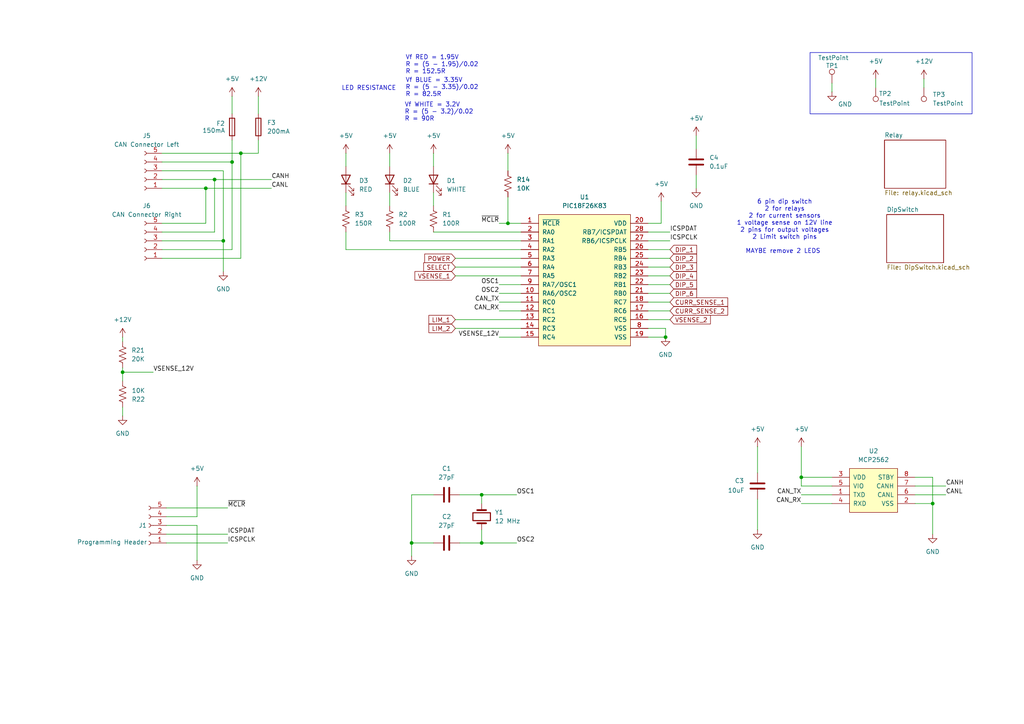
<source format=kicad_sch>
(kicad_sch (version 20231120) (generator "eeschema") (generator_version "8.0")
  (paper "A4")
  (title_block (title "Valve Ignition Relay Board") (date "2025-01-31") (rev "v1") (company "Waterloo Rocketry"))
  (lib_symbols
    (symbol "Connector:Conn_01x05_Socket" (pin_names (offset 1.016) hide)
      (property "Reference" "J" (at 0 7.62 0))
      (property "Value" "Conn_01x05_Socket" (at 0 -7.62 0))
      (symbol "Conn_01x05_Socket_1_1"
        (arc (start 0 -4.572) (mid -0.5058 -5.08) (end 0 -5.588) (stroke (width 0.1524)))
        (arc (start 0 -2.032) (mid -0.5058 -2.54) (end 0 -3.048) (stroke (width 0.1524)))
        (polyline (pts (xy -1.27 -5.08) (xy -0.508 -5.08)) (stroke (width 0.1524)))
        (polyline (pts (xy -1.27 -2.54) (xy -0.508 -2.54)) (stroke (width 0.1524)))
        (polyline (pts (xy -1.27 0) (xy -0.508 0)) (stroke (width 0.1524)))
        (polyline (pts (xy -1.27 2.54) (xy -0.508 2.54)) (stroke (width 0.1524)))
        (polyline (pts (xy -1.27 5.08) (xy -0.508 5.08)) (stroke (width 0.1524)))
        (arc (start 0 0.508) (mid -0.5058 0) (end 0 -0.508) (stroke (width 0.1524)))
        (arc (start 0 3.048) (mid -0.5058 2.54) (end 0 2.032) (stroke (width 0.1524)))
        (arc (start 0 5.588) (mid -0.5058 5.08) (end 0 4.572) (stroke (width 0.1524)))
        (pin passive line (at -5.08 5.08 0) (length 3.81) (name "Pin_1") (number "1"))
        (pin passive line (at -5.08 2.54 0) (length 3.81) (name "Pin_2") (number "2"))
        (pin passive line (at -5.08 0 0) (length 3.81) (name "Pin_3") (number "3"))
        (pin passive line (at -5.08 -2.54 0) (length 3.81) (name "Pin_4") (number "4"))
        (pin passive line (at -5.08 -5.08 0) (length 3.81) (name "Pin_5") (number "5"))
      )
    )
    (symbol "Connector:TestPoint" (pin_numbers hide) (pin_names (offset 0.762) hide)
      (property "Reference" "TP" (at 0 6.858 0))
      (property "Value" "TestPoint" (at 0 5.08 0))
      (symbol "TestPoint_0_1"
        (circle (center 0 3.302) (radius 0.762))
      )
      (symbol "TestPoint_1_1"
        (pin passive line (at 0 0 90) (length 2.54) (name "1") (number "1"))
      )
    )
    (symbol "Device:C" (pin_numbers hide) (pin_names (offset 0.254))
      (property "Reference" "C" (at 0.635 2.54 0))
      (property "Value" "C" (at 0.635 -2.54 0))
      (symbol "C_0_1"
        (polyline (pts (xy -2.032 -0.762) (xy 2.032 -0.762)) (stroke (width 0.508)))
        (polyline (pts (xy -2.032 0.762) (xy 2.032 0.762)) (stroke (width 0.508)))
      )
      (symbol "C_1_1"
        (pin passive line (at 0 3.81 270) (length 2.794) (name "~") (number "1"))
        (pin passive line (at 0 -3.81 90) (length 2.794) (name "~") (number "2"))
      )
    )
    (symbol "Device:Crystal" (pin_numbers hide) (pin_names (offset 1.016) hide)
      (property "Reference" "Y" (at 0 3.81 0))
      (property "Value" "Crystal" (at 0 -3.81 0))
      (symbol "Crystal_0_1"
        (rectangle (start -1.143 2.54) (end 1.143 -2.54) (stroke (width 0.3048)))
        (polyline (pts (xy -2.54 0) (xy -1.905 0)))
        (polyline (pts (xy -1.905 -1.27) (xy -1.905 1.27)) (stroke (width 0.508)))
        (polyline (pts (xy 1.905 -1.27) (xy 1.905 1.27)) (stroke (width 0.508)))
        (polyline (pts (xy 2.54 0) (xy 1.905 0)))
      )
      (symbol "Crystal_1_1"
        (pin passive line (at -3.81 0 0) (length 1.27) (name "1") (number "1"))
        (pin passive line (at 3.81 0 180) (length 1.27) (name "2") (number "2"))
      )
    )
    (symbol "Device:Fuse" (pin_numbers hide) (pin_names (offset 0))
      (property "Reference" "F" (at 2.032 0 90))
      (property "Value" "Fuse" (at -1.905 0 90))
      (symbol "Fuse_0_1"
        (rectangle (start -0.762 -2.54) (end 0.762 2.54) (stroke (width 0.254)))
        (polyline (pts (xy 0 2.54) (xy 0 -2.54)))
      )
      (symbol "Fuse_1_1"
        (pin passive line (at 0 3.81 270) (length 1.27) (name "~") (number "1"))
        (pin passive line (at 0 -3.81 90) (length 1.27) (name "~") (number "2"))
      )
    )
    (symbol "Device:LED" (pin_numbers hide) (pin_names (offset 1.016) hide)
      (property "Reference" "D" (at 0 2.54 0))
      (property "Value" "LED" (at 0 -2.54 0))
      (symbol "LED_0_1"
        (polyline (pts (xy -1.27 -1.27) (xy -1.27 1.27)) (stroke (width 0.254)))
        (polyline (pts (xy -1.27 0) (xy 1.27 0)))
        (polyline (pts (xy 1.27 -1.27) (xy 1.27 1.27) (xy -1.27 0) (xy 1.27 -1.27)) (stroke (width 0.254)))
        (polyline (pts (xy -3.048 -0.762) (xy -4.572 -2.286) (xy -3.81 -2.286) (xy -4.572 -2.286) (xy -4.572 -1.524)))
        (polyline (pts (xy -1.778 -0.762) (xy -3.302 -2.286) (xy -2.54 -2.286) (xy -3.302 -2.286) (xy -3.302 -1.524)))
      )
      (symbol "LED_1_1"
        (pin passive line (at -3.81 0 0) (length 2.54) (name "K") (number "1"))
        (pin passive line (at 3.81 0 180) (length 2.54) (name "A") (number "2"))
      )
    )
    (symbol "Device:R_US" (pin_numbers hide) (pin_names (offset 0))
      (property "Reference" "R" (at 2.54 0 90))
      (property "Value" "R_US" (at -2.54 0 90))
      (symbol "R_US_0_1"
        (polyline (pts (xy 0 -2.286) (xy 0 -2.54)))
        (polyline (pts (xy 0 2.286) (xy 0 2.54)))
        (polyline (pts (xy 0 -0.762) (xy 1.016 -1.143) (xy 0 -1.524) (xy -1.016 -1.905) (xy 0 -2.286)))
        (polyline (pts (xy 0 0.762) (xy 1.016 0.381) (xy 0 0) (xy -1.016 -0.381) (xy 0 -0.762)))
        (polyline (pts (xy 0 2.286) (xy 1.016 1.905) (xy 0 1.524) (xy -1.016 1.143) (xy 0 0.762)))
      )
      (symbol "R_US_1_1"
        (pin passive line (at 0 3.81 270) (length 1.27) (name "~") (number "1"))
        (pin passive line (at 0 -3.81 90) (length 1.27) (name "~") (number "2"))
      )
    )
    (symbol "canhw:MCP2562" (pin_names (offset 1.016))
      (property "Reference" "U" (at 5.08 3.81 0))
      (property "Value" "MCP2562" (at -3.81 3.81 0))
      (symbol "MCP2562_0_1"
        (rectangle (start -7.62 2.54) (end 6.35 -10.16) (fill (type background)))
      )
      (symbol "MCP2562_1_1"
        (pin bidirectional line (at -12.7 -5.08 0) (length 5.08) (name "TXD") (number "1"))
        (pin power_in line (at 11.43 -7.62 180) (length 5.08) (name "VSS") (number "2"))
        (pin power_in line (at -12.7 0 0) (length 5.08) (name "VDD") (number "3"))
        (pin bidirectional line (at -12.7 -7.62 0) (length 5.08) (name "RXD") (number "4"))
        (pin bidirectional line (at -12.7 -2.54 0) (length 5.08) (name "VIO") (number "5"))
        (pin bidirectional line (at 11.43 -5.08 180) (length 5.08) (name "CANL") (number "6"))
        (pin bidirectional line (at 11.43 -2.54 180) (length 5.08) (name "CANH") (number "7"))
        (pin bidirectional line (at 11.43 0 180) (length 5.08) (name "STBY") (number "8"))
      )
    )
    (symbol "canhw:PIC18F26K83" (pin_names (offset 1.016))
      (property "Reference" "U" (at 11.43 20.32 0))
      (property "Value" "PIC18F26K83" (at -7.62 20.32 0))
      (symbol "PIC18F26K83_0_1"
        (rectangle (start -13.97 19.05) (end 12.7 -19.05) (fill (type background)))
      )
      (symbol "PIC18F26K83_1_1"
        (pin input line (at -19.05 16.51 0) (length 5.08) (name "~{MCLR}") (number "1"))
        (pin bidirectional line (at -19.05 -3.81 0) (length 5.08) (name "RA6/OSC2") (number "10"))
        (pin bidirectional line (at -19.05 -6.35 0) (length 5.08) (name "RC0") (number "11"))
        (pin bidirectional line (at -19.05 -8.89 0) (length 5.08) (name "RC1") (number "12"))
        (pin bidirectional line (at -19.05 -11.43 0) (length 5.08) (name "RC2") (number "13"))
        (pin bidirectional line (at -19.05 -13.97 0) (length 5.08) (name "RC3") (number "14"))
        (pin bidirectional line (at -19.05 -16.51 0) (length 5.08) (name "RC4") (number "15"))
        (pin bidirectional line (at 17.78 -11.43 180) (length 5.08) (name "RC5") (number "16"))
        (pin bidirectional line (at 17.78 -8.89 180) (length 5.08) (name "RC6") (number "17"))
        (pin bidirectional line (at 17.78 -6.35 180) (length 5.08) (name "RC7") (number "18"))
        (pin power_in line (at 17.78 -16.51 180) (length 5.08) (name "VSS") (number "19"))
        (pin bidirectional line (at -19.05 13.97 0) (length 5.08) (name "RA0") (number "2"))
        (pin power_in line (at 17.78 16.51 180) (length 5.08) (name "VDD") (number "20"))
        (pin bidirectional line (at 17.78 -3.81 180) (length 5.08) (name "RB0") (number "21"))
        (pin bidirectional line (at 17.78 -1.27 180) (length 5.08) (name "RB1") (number "22"))
        (pin bidirectional line (at 17.78 1.27 180) (length 5.08) (name "RB2") (number "23"))
        (pin bidirectional line (at 17.78 3.81 180) (length 5.08) (name "RB3") (number "24"))
        (pin bidirectional line (at 17.78 6.35 180) (length 5.08) (name "RB4") (number "25"))
        (pin bidirectional line (at 17.78 8.89 180) (length 5.08) (name "RB5") (number "26"))
        (pin bidirectional line (at 17.78 11.43 180) (length 5.08) (name "RB6/ICSPCLK") (number "27"))
        (pin bidirectional line (at 17.78 13.97 180) (length 5.08) (name "RB7/ICSPDAT") (number "28"))
        (pin bidirectional line (at -19.05 11.43 0) (length 5.08) (name "RA1") (number "3"))
        (pin bidirectional line (at -19.05 8.89 0) (length 5.08) (name "RA2") (number "4"))
        (pin bidirectional line (at -19.05 6.35 0) (length 5.08) (name "RA3") (number "5"))
        (pin bidirectional line (at -19.05 3.81 0) (length 5.08) (name "RA4") (number "6"))
        (pin bidirectional line (at -19.05 1.27 0) (length 5.08) (name "RA5") (number "7"))
        (pin power_in line (at 17.78 -13.97 180) (length 5.08) (name "VSS") (number "8"))
        (pin bidirectional line (at -19.05 -1.27 0) (length 5.08) (name "RA7/OSC1") (number "9"))
      )
    )
    (symbol "power:+12V" (power) (pin_numbers hide) (pin_names (offset 0) hide)
      (property "Value" "+12V" (at 0 3.556 0))
      (symbol "+12V_0_1"
        (polyline (pts (xy -0.762 1.27) (xy 0 2.54)))
        (polyline (pts (xy 0 0) (xy 0 2.54)))
        (polyline (pts (xy 0 2.54) (xy 0.762 1.27)))
      )
      (symbol "+12V_1_1"
        (pin power_in line (at 0 0 90) (length 0) (name "~") (number "1"))
      )
    )
    (symbol "power:+5V" (power) (pin_numbers hide) (pin_names (offset 0) hide)
      (property "Value" "+5V" (at 0 3.556 0))
      (symbol "+5V_0_1"
        (polyline (pts (xy -0.762 1.27) (xy 0 2.54)))
        (polyline (pts (xy 0 0) (xy 0 2.54)))
        (polyline (pts (xy 0 2.54) (xy 0.762 1.27)))
      )
      (symbol "+5V_1_1"
        (pin power_in line (at 0 0 90) (length 0) (name "~") (number "1"))
      )
    )
    (symbol "power:GND" (power) (pin_numbers hide) (pin_names (offset 0) hide)
      (property "Value" "GND" (at 0 -3.81 0))
      (symbol "GND_0_1"
        (polyline (pts (xy 0 0) (xy 0 -1.27) (xy 1.27 -1.27) (xy 0 -2.54) (xy -1.27 -1.27) (xy 0 -1.27)))
      )
      (symbol "GND_1_1"
        (pin power_in line (at 0 0 270) (length 0) (name "~") (number "1"))
      )
    )
  )
  (junction (at 139.7 157.48))
  (junction (at 35.56 107.95))
  (junction (at 139.7 143.51))
  (junction (at 69.85 44.45))
  (junction (at 119.38 157.48))
  (junction (at 67.31 46.99))
  (junction (at 62.23 52.07))
  (junction (at 270.51 146.05))
  (junction (at 64.77 69.85))
  (junction (at 147.32 64.77))
  (junction (at 193.04 97.79))
  (junction (at 59.69 54.61))
  (junction (at 232.41 138.43))
  (wire (pts (xy 147.32 64.77) (xy 151.13 64.77)))
  (wire (pts (xy 113.03 67.31) (xy 113.03 69.85)))
  (wire (pts (xy 46.99 72.39) (xy 67.31 72.39)))
  (wire (pts (xy 59.69 64.77) (xy 46.99 64.77)))
  (wire (pts (xy 144.78 90.17) (xy 151.13 90.17)))
  (wire (pts (xy 74.93 27.94) (xy 74.93 33.02)))
  (wire (pts (xy 46.99 54.61) (xy 59.69 54.61)))
  (wire (pts (xy 151.13 72.39) (xy 100.33 72.39)))
  (wire (pts (xy 48.26 157.48) (xy 66.04 157.48)))
  (wire (pts (xy 187.96 90.17) (xy 194.31 90.17)))
  (wire (pts (xy 187.96 67.31) (xy 194.31 67.31)))
  (wire (pts (xy 35.56 118.11) (xy 35.56 120.65)))
  (wire (pts (xy 241.3 138.43) (xy 232.41 138.43)))
  (wire (pts (xy 265.43 138.43) (xy 270.51 138.43)))
  (wire (pts (xy 187.96 97.79) (xy 193.04 97.79)))
  (wire (pts (xy 62.23 52.07) (xy 46.99 52.07)))
  (wire (pts (xy 191.77 58.42) (xy 191.77 64.77)))
  (wire (pts (xy 265.43 140.97) (xy 274.32 140.97)))
  (wire (pts (xy 74.93 44.45) (xy 69.85 44.45)))
  (wire (pts (xy 270.51 138.43) (xy 270.51 146.05)))
  (wire (pts (xy 62.23 52.07) (xy 78.74 52.07)))
  (wire (pts (xy 187.96 74.93) (xy 194.31 74.93)))
  (wire (pts (xy 133.35 143.51) (xy 139.7 143.51)))
  (wire (pts (xy 48.26 152.4) (xy 57.15 152.4)))
  (wire (pts (xy 265.43 143.51) (xy 274.32 143.51)))
  (wire (pts (xy 139.7 143.51) (xy 149.86 143.51)))
  (wire (pts (xy 119.38 143.51) (xy 119.38 157.48)))
  (wire (pts (xy 46.99 74.93) (xy 69.85 74.93)))
  (wire (pts (xy 151.13 67.31) (xy 125.73 67.31)))
  (wire (pts (xy 132.08 77.47) (xy 151.13 77.47)))
  (wire (pts (xy 46.99 44.45) (xy 69.85 44.45)))
  (wire (pts (xy 193.04 95.25) (xy 193.04 97.79)))
  (wire (pts (xy 132.08 74.93) (xy 151.13 74.93)))
  (wire (pts (xy 64.77 49.53) (xy 64.77 69.85)))
  (wire (pts (xy 187.96 80.01) (xy 194.31 80.01)))
  (wire (pts (xy 100.33 55.88) (xy 100.33 59.69)))
  (wire (pts (xy 46.99 49.53) (xy 64.77 49.53)))
  (wire (pts (xy 132.08 80.01) (xy 151.13 80.01)))
  (wire (pts (xy 187.96 95.25) (xy 193.04 95.25)))
  (wire (pts (xy 48.26 149.86) (xy 57.15 149.86)))
  (wire (pts (xy 144.78 85.09) (xy 151.13 85.09)))
  (wire (pts (xy 219.71 153.67) (xy 219.71 144.78)))
  (wire (pts (xy 144.78 64.77) (xy 147.32 64.77)))
  (wire (pts (xy 67.31 46.99) (xy 46.99 46.99)))
  (wire (pts (xy 232.41 146.05) (xy 241.3 146.05)))
  (wire (pts (xy 133.35 157.48) (xy 139.7 157.48)))
  (wire (pts (xy 144.78 82.55) (xy 151.13 82.55)))
  (wire (pts (xy 57.15 152.4) (xy 57.15 162.56)))
  (wire (pts (xy 232.41 129.54) (xy 232.41 138.43)))
  (wire (pts (xy 113.03 55.88) (xy 113.03 59.69)))
  (wire (pts (xy 100.33 44.45) (xy 100.33 48.26)))
  (wire (pts (xy 144.78 97.79) (xy 151.13 97.79)))
  (wire (pts (xy 147.32 44.45) (xy 147.32 49.53)))
  (wire (pts (xy 48.26 154.94) (xy 66.04 154.94)))
  (wire (pts (xy 201.93 54.61) (xy 201.93 50.8)))
  (wire (pts (xy 187.96 87.63) (xy 194.31 87.63)))
  (wire (pts (xy 125.73 44.45) (xy 125.73 48.26)))
  (wire (pts (xy 35.56 97.79) (xy 35.56 99.06)))
  (wire (pts (xy 113.03 44.45) (xy 113.03 48.26)))
  (wire (pts (xy 201.93 39.37) (xy 201.93 43.18)))
  (wire (pts (xy 59.69 54.61) (xy 59.69 64.77)))
  (wire (pts (xy 187.96 85.09) (xy 194.31 85.09)))
  (wire (pts (xy 254 25.4) (xy 254 22.86)))
  (wire (pts (xy 119.38 157.48) (xy 125.73 157.48)))
  (wire (pts (xy 232.41 143.51) (xy 241.3 143.51)))
  (wire (pts (xy 64.77 69.85) (xy 64.77 78.74)))
  (wire (pts (xy 132.08 95.25) (xy 151.13 95.25)))
  (wire (pts (xy 265.43 146.05) (xy 270.51 146.05)))
  (wire (pts (xy 67.31 27.94) (xy 67.31 33.02)))
  (wire (pts (xy 139.7 157.48) (xy 139.7 153.67)))
  (wire (pts (xy 44.45 107.95) (xy 35.56 107.95)))
  (wire (pts (xy 119.38 157.48) (xy 119.38 161.29)))
  (wire (pts (xy 241.3 26.67) (xy 241.3 24.13)))
  (wire (pts (xy 69.85 44.45) (xy 69.85 74.93)))
  (wire (pts (xy 267.97 25.4) (xy 267.97 22.86)))
  (wire (pts (xy 59.69 54.61) (xy 78.74 54.61)))
  (wire (pts (xy 139.7 143.51) (xy 139.7 146.05)))
  (wire (pts (xy 241.3 140.97) (xy 232.41 140.97)))
  (wire (pts (xy 187.96 92.71) (xy 194.31 92.71)))
  (wire (pts (xy 35.56 106.68) (xy 35.56 107.95)))
  (wire (pts (xy 48.26 147.32) (xy 66.04 147.32)))
  (wire (pts (xy 187.96 82.55) (xy 194.31 82.55)))
  (wire (pts (xy 219.71 129.54) (xy 219.71 137.16)))
  (wire (pts (xy 67.31 72.39) (xy 67.31 46.99)))
  (wire (pts (xy 187.96 77.47) (xy 194.31 77.47)))
  (wire (pts (xy 187.96 72.39) (xy 194.31 72.39)))
  (wire (pts (xy 151.13 69.85) (xy 113.03 69.85)))
  (wire (pts (xy 147.32 57.15) (xy 147.32 64.77)))
  (wire (pts (xy 100.33 67.31) (xy 100.33 72.39)))
  (wire (pts (xy 67.31 40.64) (xy 67.31 46.99)))
  (wire (pts (xy 144.78 87.63) (xy 151.13 87.63)))
  (wire (pts (xy 132.08 92.71) (xy 151.13 92.71)))
  (wire (pts (xy 187.96 69.85) (xy 194.31 69.85)))
  (wire (pts (xy 270.51 146.05) (xy 270.51 154.94)))
  (wire (pts (xy 187.96 64.77) (xy 191.77 64.77)))
  (wire (pts (xy 46.99 67.31) (xy 62.23 67.31)))
  (wire (pts (xy 35.56 107.95) (xy 35.56 110.49)))
  (wire (pts (xy 125.73 55.88) (xy 125.73 59.69)))
  (wire (pts (xy 57.15 140.97) (xy 57.15 149.86)))
  (wire (pts (xy 64.77 69.85) (xy 46.99 69.85)))
  (wire (pts (xy 125.73 143.51) (xy 119.38 143.51)))
  (wire (pts (xy 232.41 140.97) (xy 232.41 138.43)))
  (wire (pts (xy 139.7 157.48) (xy 149.86 157.48)))
  (wire (pts (xy 62.23 67.31) (xy 62.23 52.07)))
  (wire (pts (xy 74.93 40.64) (xy 74.93 44.45)))
  (rectangle (start 234.95 15.24) (end 281.94 33.02))
  (text "Vf RED = 1.95V\nR = (5 - 1.95)/0.02\nR = 152.5R" (at 117.602 18.796 0) (effects (font (size 1.27 1.27)) (justify left)))
  (text "LED RESISTANCE" (at 99.06 25.654 0) (effects (font (size 1.27 1.27)) (justify left)))
  (text "Vf WHITE = 3.2V\nR = (5 - 3.2)/0.02\nR = 90R" (at 117.348 32.512 0) (effects (font (size 1.27 1.27)) (justify left)))
  (text "Vf BLUE = 3.35V\nR = (5 - 3.35)/0.02\nR = 82.5R" (at 117.602 25.4 0) (effects (font (size 1.27 1.27)) (justify left)))
  (text "6 pin dip switch\n2 for relays\n2 for current sensors\n1 voltage sense on 12V line\n2 pins for output voltages\n2 Limit switch pins\n\nMAYBE remove 2 LEDS " (at 227.584 65.786 0) (effects (font (size 1.27 1.27))))
  (label "ICSPDAT" (at 194.31 67.31 0))
  (label "CANL" (at 78.74 54.61 0))
  (label "CAN_TX" (at 232.41 143.51 180))
  (label "CAN_RX" (at 144.78 90.17 180))
  (label "CAN_RX" (at 232.41 146.05 180))
  (label "OSC1" (at 144.78 82.55 180))
  (label "ICSPCLK" (at 194.31 69.85 0))
  (label "ICSPCLK" (at 66.04 157.48 0))
  (label "VSENSE_12V" (at 144.78 97.79 180))
  (label "OSC2" (at 149.86 157.48 0))
  (label "CANH" (at 78.74 52.07 0))
  (label "OSC1" (at 149.86 143.51 0))
  (label "ICSPDAT" (at 66.04 154.94 0))
  (label "~{MCLR}" (at 66.04 147.32 0))
  (label "CANL" (at 274.32 143.51 0))
  (label "~{MCLR}" (at 144.78 64.77 180))
  (label "OSC2" (at 144.78 85.09 180))
  (label "CAN_TX" (at 144.78 87.63 180))
  (label "VSENSE_12V" (at 44.45 107.95 0))
  (label "CANH" (at 274.32 140.97 0))
  (global_label "POWER" (shape input) (at 132.08 74.93 180) (property "Intersheetrefs" "${INTERSHEET_REFS}" (effects (hide yes))))
  (global_label "CURR_SENSE_1" (shape input) (at 194.31 87.63 0) (property "Intersheetrefs" "${INTERSHEET_REFS}" (effects (hide yes))))
  (global_label "DIP_1" (shape input) (at 194.31 72.39 0) (property "Intersheetrefs" "${INTERSHEET_REFS}" (effects (hide yes))))
  (global_label "DIP_6" (shape input) (at 194.31 85.09 0) (property "Intersheetrefs" "${INTERSHEET_REFS}" (effects (hide yes))))
  (global_label "LIM_2" (shape input) (at 132.08 95.25 180) (property "Intersheetrefs" "${INTERSHEET_REFS}" (effects (hide yes))))
  (global_label "DIP_4" (shape input) (at 194.31 80.01 0) (property "Intersheetrefs" "${INTERSHEET_REFS}" (effects (hide yes))))
  (global_label "DIP_3" (shape input) (at 194.31 77.47 0) (property "Intersheetrefs" "${INTERSHEET_REFS}" (effects (hide yes))))
  (global_label "LIM_1" (shape input) (at 132.08 92.71 180) (property "Intersheetrefs" "${INTERSHEET_REFS}" (effects (hide yes))))
  (global_label "DIP_2" (shape input) (at 194.31 74.93 0) (property "Intersheetrefs" "${INTERSHEET_REFS}" (effects (hide yes))))
  (global_label "DIP_5" (shape input) (at 194.31 82.55 0) (property "Intersheetrefs" "${INTERSHEET_REFS}" (effects (hide yes))))
  (global_label "SELECT" (shape input) (at 132.08 77.47 180) (property "Intersheetrefs" "${INTERSHEET_REFS}" (effects (hide yes))))
  (global_label "VSENSE_2" (shape input) (at 194.31 92.71 0) (property "Intersheetrefs" "${INTERSHEET_REFS}" (effects (hide yes))))
  (global_label "VSENSE_1" (shape input) (at 132.08 80.01 180) (property "Intersheetrefs" "${INTERSHEET_REFS}" (effects (hide yes))))
  (global_label "CURR_SENSE_2" (shape input) (at 194.31 90.17 0) (property "Intersheetrefs" "${INTERSHEET_REFS}" (effects (hide yes))))
  (symbol (lib_id "power:+12V") (at 267.97 22.86 0) (unit 1)
    (property "Reference" "#PWR017" (effects (hide yes)))
    (property "Value" "+12V" (at 267.97 17.78 0))
    (property "Description" "Power symbol creates a global label with name \"+12V\"" (effects (hide yes)))
  )
  (symbol (lib_id "power:+5V") (at 147.32 44.45 0) (unit 1)
    (property "Reference" "#PWR038" (effects (hide yes)))
    (property "Value" "+5V" (at 147.32 39.37 0))
    (property "Description" "Power symbol creates a global label with name \"+5V\"" (effects (hide yes)))
  )
  (symbol (lib_id "power:+5V") (at 113.03 44.45 0) (unit 1)
    (property "Reference" "#PWR011" (effects (hide yes)))
    (property "Value" "+5V" (at 113.03 39.37 0))
    (property "Description" "Power symbol creates a global label with name \"+5V\"" (effects (hide yes)))
  )
  (symbol (lib_id "power:+5V") (at 125.73 44.45 0) (unit 1)
    (property "Reference" "#PWR012" (effects (hide yes)))
    (property "Value" "+5V" (at 125.73 39.37 0))
    (property "Description" "Power symbol creates a global label with name \"+5V\"" (effects (hide yes)))
  )
  (symbol (lib_id "power:+5V") (at 201.93 39.37 0) (unit 1)
    (property "Reference" "#PWR013" (effects (hide yes)))
    (property "Value" "+5V" (at 201.93 34.29 0))
    (property "Description" "Power symbol creates a global label with name \"+5V\"" (effects (hide yes)))
  )
  (symbol (lib_id "power:GND") (at 219.71 153.67 0) (unit 1)
    (property "Reference" "#PWR06" (effects (hide yes)))
    (property "Value" "GND" (at 219.71 158.75 0))
    (property "Description" "Power symbol creates a global label with name \"GND\" , ground" (effects (hide yes)))
  )
  (symbol (lib_id "Device:Crystal") (at 139.7 149.86 90) (unit 1)
    (property "Reference" "Y1" (at 143.51 148.5899 90) (effects (justify right)))
    (property "Value" "12 MHz" (at 143.51 151.1299 90) (effects (justify right)))
    (property "Footprint" "Crystal:Crystal_HC49-4H_Vertical" (effects (hide yes)))
    (property "Description" "Two pin crystal" (effects (hide yes)))
  )
  (symbol (lib_id "Device:Fuse") (at 67.31 36.83 0) (unit 1)
    (property "Reference" "F2" (at 62.738 35.814 0) (effects (justify left)))
    (property "Value" "150mA" (at 58.674 37.846 0) (effects (justify left)))
    (property "Footprint" "Fuse:Fuse_1206_3216Metric_Pad1.42x1.75mm_HandSolder" (effects (hide yes)))
    (property "Description" "Fuse" (effects (hide yes)))
  )
  (symbol (lib_id "Device:R_US") (at 100.33 63.5 0) (unit 1)
    (property "Reference" "R3" (at 102.87 62.2299 0) (effects (justify left)))
    (property "Value" "150R" (at 102.87 64.7699 0) (effects (justify left)))
    (property "Footprint" "Resistor_SMD:R_0805_2012Metric_Pad1.20x1.40mm_HandSolder" (effects (hide yes)))
    (property "Description" "Resistor, US symbol" (effects (hide yes)))
  )
  (symbol (lib_id "Device:C") (at 129.54 157.48 90) (unit 1)
    (property "Reference" "C2" (at 129.54 149.86 90))
    (property "Value" "27pF" (at 129.54 152.4 90))
    (property "Footprint" "Capacitor_SMD:C_0805_2012Metric_Pad1.18x1.45mm_HandSolder" (effects (hide yes)))
    (property "Description" "Unpolarized capacitor" (effects (hide yes)))
  )
  (symbol (lib_id "Device:R_US") (at 147.32 53.34 0) (unit 1)
    (property "Reference" "R14" (at 149.86 52.0699 0) (effects (justify left)))
    (property "Value" "10K" (at 149.86 54.6099 0) (effects (justify left)))
    (property "Footprint" "Resistor_SMD:R_0805_2012Metric_Pad1.20x1.40mm_HandSolder" (effects (hide yes)))
    (property "Description" "Resistor, US symbol" (effects (hide yes)))
  )
  (symbol (lib_id "Device:LED") (at 125.73 52.07 90) (unit 1)
    (property "Reference" "D1" (at 129.54 52.3874 90) (effects (justify right)))
    (property "Value" "WHITE" (at 129.54 54.9274 90) (effects (justify right)))
    (property "Footprint" "LED_SMD:LED_1206_3216Metric_Pad1.42x1.75mm_HandSolder" (effects (hide yes)))
    (property "Description" "Light emitting diode" (effects (hide yes)))
  )
  (symbol (lib_id "power:+5V") (at 57.15 140.97 0) (unit 1)
    (property "Reference" "#PWR02" (effects (hide yes)))
    (property "Value" "+5V" (at 57.15 135.89 0))
    (property "Description" "Power symbol creates a global label with name \"+5V\"" (effects (hide yes)))
  )
  (symbol (lib_id "power:+12V") (at 35.56 97.79 0) (unit 1)
    (property "Reference" "#PWR049" (effects (hide yes)))
    (property "Value" "+12V" (at 35.56 92.71 0))
    (property "Description" "Power symbol creates a global label with name \"+12V\"" (effects (hide yes)))
  )
  (symbol (lib_id "canhw:MCP2562") (at 254 138.43 0) (unit 1)
    (property "Reference" "U2" (at 253.365 130.81 0))
    (property "Value" "MCP2562" (at 253.365 133.35 0))
    (property "Footprint" "Package_SO:SOIC-8_3.9x4.9mm_P1.27mm" (effects (hide yes)))
  )
  (symbol (lib_id "power:GND") (at 201.93 54.61 0) (unit 1)
    (property "Reference" "#PWR014" (effects (hide yes)))
    (property "Value" "GND" (at 201.93 59.69 0))
    (property "Description" "Power symbol creates a global label with name \"GND\" , ground" (effects (hide yes)))
  )
  (symbol (lib_id "power:+5V") (at 219.71 129.54 0) (unit 1)
    (property "Reference" "#PWR07" (effects (hide yes)))
    (property "Value" "+5V" (at 219.71 124.46 0))
    (property "Description" "Power symbol creates a global label with name \"+5V\"" (effects (hide yes)))
  )
  (symbol (lib_id "Device:R_US") (at 125.73 63.5 0) (unit 1)
    (property "Reference" "R1" (at 128.27 62.2299 0) (effects (justify left)))
    (property "Value" "100R" (at 128.27 64.7699 0) (effects (justify left)))
    (property "Footprint" "Resistor_SMD:R_0805_2012Metric_Pad1.20x1.40mm_HandSolder" (effects (hide yes)))
    (property "Description" "Resistor, US symbol" (effects (hide yes)))
  )
  (symbol (lib_id "power:GND") (at 119.38 161.29 0) (unit 1)
    (property "Reference" "#PWR03" (effects (hide yes)))
    (property "Value" "GND" (at 119.38 166.37 0))
    (property "Description" "Power symbol creates a global label with name \"GND\" , ground" (effects (hide yes)))
  )
  (symbol (lib_id "Device:R_US") (at 113.03 63.5 0) (unit 1)
    (property "Reference" "R2" (at 115.57 62.2299 0) (effects (justify left)))
    (property "Value" "100R" (at 115.57 64.7699 0) (effects (justify left)))
    (property "Footprint" "Resistor_SMD:R_0805_2012Metric_Pad1.20x1.40mm_HandSolder" (effects (hide yes)))
    (property "Description" "Resistor, US symbol" (effects (hide yes)))
  )
  (symbol (lib_id "Connector:Conn_01x05_Socket") (at 41.91 49.53 180) (unit 1)
    (property "Reference" "J5" (at 42.545 39.37 0))
    (property "Value" "CAN Connector Left" (at 42.545 41.91 0))
    (property "Footprint" "Connector_JST:JST_XH_S5B-XH-A-1_1x05_P2.50mm_Horizontal" (effects (hide yes)))
    (property "Description" "Generic connector, single row, 01x05, script generated" (effects (hide yes)))
  )
  (symbol (lib_id "Device:R_US") (at 35.56 114.3 180) (unit 1)
    (property "Reference" "R22" (at 40.132 115.824 0))
    (property "Value" "10K" (at 40.132 113.284 0))
    (property "Footprint" "Resistor_SMD:R_0805_2012Metric_Pad1.20x1.40mm_HandSolder" (effects (hide yes)))
    (property "Description" "Resistor, US symbol" (effects (hide yes)))
  )
  (symbol (lib_id "power:+5V") (at 67.31 27.94 0) (unit 1)
    (property "Reference" "#PWR047" (effects (hide yes)))
    (property "Value" "+5V" (at 67.31 22.86 0))
    (property "Description" "Power symbol creates a global label with name \"+5V\"" (effects (hide yes)))
  )
  (symbol (lib_id "Device:LED") (at 113.03 52.07 90) (unit 1)
    (property "Reference" "D2" (at 116.84 52.3874 90) (effects (justify right)))
    (property "Value" "BLUE" (at 116.84 54.9274 90) (effects (justify right)))
    (property "Footprint" "LED_SMD:LED_1206_3216Metric_Pad1.42x1.75mm_HandSolder" (effects (hide yes)))
    (property "Description" "Light emitting diode" (effects (hide yes)))
  )
  (symbol (lib_id "Device:C") (at 219.71 140.97 0) (unit 1)
    (property "Reference" "C3" (at 213.106 139.446 0) (effects (justify left)))
    (property "Value" "10uF" (at 211.074 142.24 0) (effects (justify left)))
    (property "Footprint" "Capacitor_SMD:C_0805_2012Metric_Pad1.18x1.45mm_HandSolder" (effects (hide yes)))
    (property "Description" "Unpolarized capacitor" (effects (hide yes)))
  )
  (symbol (lib_id "Connector:TestPoint") (at 254 25.4 180) (unit 1)
    (property "Reference" "TP2" (at 258.572 27.178 0) (effects (justify left)))
    (property "Value" "TestPoint" (at 263.906 29.972 0) (effects (justify left)))
    (property "Footprint" "TestPoint:TestPoint_Keystone_5000-5004_Miniature" (effects (hide yes)))
    (property "Description" "test point" (effects (hide yes)))
  )
  (symbol (lib_id "power:+5V") (at 100.33 44.45 0) (unit 1)
    (property "Reference" "#PWR010" (effects (hide yes)))
    (property "Value" "+5V" (at 100.33 39.37 0))
    (property "Description" "Power symbol creates a global label with name \"+5V\"" (effects (hide yes)))
  )
  (symbol (lib_id "Device:C") (at 129.54 143.51 90) (unit 1)
    (property "Reference" "C1" (at 129.54 135.89 90))
    (property "Value" "27pF" (at 129.54 138.43 90))
    (property "Footprint" "Capacitor_SMD:C_0805_2012Metric_Pad1.18x1.45mm_HandSolder" (effects (hide yes)))
    (property "Description" "Unpolarized capacitor" (effects (hide yes)))
  )
  (symbol (lib_id "Connector:Conn_01x05_Socket") (at 41.91 69.85 180) (unit 1)
    (property "Reference" "J6" (at 42.545 59.69 0))
    (property "Value" "CAN Connector Right" (at 42.545 62.23 0))
    (property "Footprint" "Connector_JST:JST_XH_S5B-XH-A-1_1x05_P2.50mm_Horizontal" (effects (hide yes)))
    (property "Description" "Generic connector, single row, 01x05, script generated" (effects (hide yes)))
  )
  (symbol (lib_id "Connector:Conn_01x05_Socket") (at 43.18 152.4 180) (unit 1)
    (property "Reference" "J1" (at 41.402 152.4 0))
    (property "Value" "Programming Header" (at 32.512 157.226 0))
    (property "Footprint" "Connector_JST:JST_XH_S5B-XH-A-1_1x05_P2.50mm_Horizontal" (effects (hide yes)))
    (property "Description" "Generic connector, single row, 01x05, script generated" (effects (hide yes)))
  )
  (symbol (lib_id "Connector:TestPoint") (at 241.3 24.13 0) (unit 1)
    (property "Reference" "TP1" (at 239.522 19.05 0) (effects (justify left)))
    (property "Value" "TestPoint" (at 237.236 16.764 0) (effects (justify left)))
    (property "Footprint" "TestPoint:TestPoint_Keystone_5000-5004_Miniature" (effects (hide yes)))
    (property "Description" "test point" (effects (hide yes)))
  )
  (symbol (lib_id "power:+5V") (at 191.77 58.42 0) (unit 1)
    (property "Reference" "#PWR09" (effects (hide yes)))
    (property "Value" "+5V" (at 191.77 53.34 0))
    (property "Description" "Power symbol creates a global label with name \"+5V\"" (effects (hide yes)))
  )
  (symbol (lib_id "Device:C") (at 201.93 46.99 0) (unit 1)
    (property "Reference" "C4" (at 205.74 45.7199 0) (effects (justify left)))
    (property "Value" "0.1uF" (at 205.74 48.2599 0) (effects (justify left)))
    (property "Footprint" "Capacitor_SMD:C_0805_2012Metric_Pad1.18x1.45mm_HandSolder" (effects (hide yes)))
    (property "Description" "Unpolarized capacitor" (effects (hide yes)))
  )
  (symbol (lib_id "power:+5V") (at 232.41 129.54 0) (unit 1)
    (property "Reference" "#PWR05" (effects (hide yes)))
    (property "Value" "+5V" (at 232.41 124.46 0))
    (property "Description" "Power symbol creates a global label with name \"+5V\"" (effects (hide yes)))
  )
  (symbol (lib_id "Device:Fuse") (at 74.93 36.83 0) (unit 1)
    (property "Reference" "F3" (at 77.47 35.5599 0) (effects (justify left)))
    (property "Value" "200mA" (at 77.47 38.0999 0) (effects (justify left)))
    (property "Footprint" "Fuse:Fuse_1206_3216Metric_Pad1.42x1.75mm_HandSolder" (effects (hide yes)))
    (property "Description" "Fuse" (effects (hide yes)))
  )
  (symbol (lib_id "power:GND") (at 35.56 120.65 0) (unit 1)
    (property "Reference" "#PWR050" (effects (hide yes)))
    (property "Value" "GND" (at 35.56 125.73 0))
    (property "Description" "Power symbol creates a global label with name \"GND\" , ground" (effects (hide yes)))
  )
  (symbol (lib_id "power:+5V") (at 254 22.86 0) (unit 1)
    (property "Reference" "#PWR016" (effects (hide yes)))
    (property "Value" "+5V" (at 254 17.78 0))
    (property "Description" "Power symbol creates a global label with name \"+5V\"" (effects (hide yes)))
  )
  (symbol (lib_id "power:GND") (at 64.77 78.74 0) (unit 1)
    (property "Reference" "#PWR048" (effects (hide yes)))
    (property "Value" "GND" (at 64.77 83.82 0))
    (property "Description" "Power symbol creates a global label with name \"GND\" , ground" (effects (hide yes)))
  )
  (symbol (lib_id "power:GND") (at 193.04 97.79 0) (unit 1)
    (property "Reference" "#PWR08" (effects (hide yes)))
    (property "Value" "GND" (at 193.04 102.87 0))
    (property "Description" "Power symbol creates a global label with name \"GND\" , ground" (effects (hide yes)))
  )
  (symbol (lib_id "canhw:PIC18F26K83") (at 170.18 81.28 0) (unit 1)
    (property "Reference" "U1" (at 169.545 57.15 0))
    (property "Value" "PIC18F26K83" (at 169.545 59.69 0))
    (property "Footprint" "Package_SO:SOIC-28W_7.5x18.7mm_P1.27mm" (effects (hide yes)))
  )
  (symbol (lib_id "power:GND") (at 241.3 26.67 0) (unit 1)
    (property "Reference" "#PWR015" (effects (hide yes)))
    (property "Value" "GND" (at 245.11 30.226 0))
    (property "Description" "Power symbol creates a global label with name \"GND\" , ground" (effects (hide yes)))
  )
  (symbol (lib_id "Connector:TestPoint") (at 267.97 25.4 180) (unit 1)
    (property "Reference" "TP3" (at 270.51 27.4319 0) (effects (justify right)))
    (property "Value" "TestPoint" (at 270.51 29.9719 0) (effects (justify right)))
    (property "Footprint" "TestPoint:TestPoint_Keystone_5000-5004_Miniature" (effects (hide yes)))
    (property "Description" "test point" (effects (hide yes)))
  )
  (symbol (lib_id "Device:LED") (at 100.33 52.07 90) (unit 1)
    (property "Reference" "D3" (at 104.14 52.3874 90) (effects (justify right)))
    (property "Value" "RED" (at 104.14 54.9274 90) (effects (justify right)))
    (property "Footprint" "LED_SMD:LED_1206_3216Metric_Pad1.42x1.75mm_HandSolder" (effects (hide yes)))
    (property "Description" "Light emitting diode" (effects (hide yes)))
  )
  (symbol (lib_id "power:+12V") (at 74.93 27.94 0) (unit 1)
    (property "Reference" "#PWR046" (effects (hide yes)))
    (property "Value" "+12V" (at 74.93 22.86 0))
    (property "Description" "Power symbol creates a global label with name \"+12V\"" (effects (hide yes)))
  )
  (symbol (lib_id "power:GND") (at 57.15 162.56 0) (unit 1)
    (property "Reference" "#PWR01" (effects (hide yes)))
    (property "Value" "GND" (at 57.15 167.64 0))
    (property "Description" "Power symbol creates a global label with name \"GND\" , ground" (effects (hide yes)))
  )
  (symbol (lib_id "Device:R_US") (at 35.56 102.87 0) (unit 1)
    (property "Reference" "R21" (at 38.1 101.5999 0) (effects (justify left)))
    (property "Value" "20K" (at 38.1 104.1399 0) (effects (justify left)))
    (property "Footprint" "Resistor_SMD:R_0805_2012Metric_Pad1.20x1.40mm_HandSolder" (effects (hide yes)))
    (property "Description" "Resistor, US symbol" (effects (hide yes)))
  )
  (symbol (lib_id "power:GND") (at 270.51 154.94 0) (unit 1)
    (property "Reference" "#PWR04" (effects (hide yes)))
    (property "Value" "GND" (at 270.51 160.02 0))
    (property "Description" "Power symbol creates a global label with name \"GND\" , ground" (effects (hide yes)))
  )
  (sheet (at 257.175 62.23) (size 16.51 13.97) (stroke (width 0.1524))
    (property "Sheetname" "DipSwitch" (at 257.175 61.5184 0) (effects (justify left bottom)))
    (property "Sheetfile" "DipSwitch.kicad_sch" (at 257.175 76.7846 0) (effects (justify left top)))
  )
  (sheet (at 256.54 40.64) (size 17.78 13.97) (stroke (width 0.1524))
    (property "Sheetname" "Relay" (at 256.54 39.9284 0) (effects (justify left bottom)))
    (property "Sheetfile" "relay.kicad_sch" (at 256.54 55.1946 0) (effects (justify left top)))
  )
)
</source>
